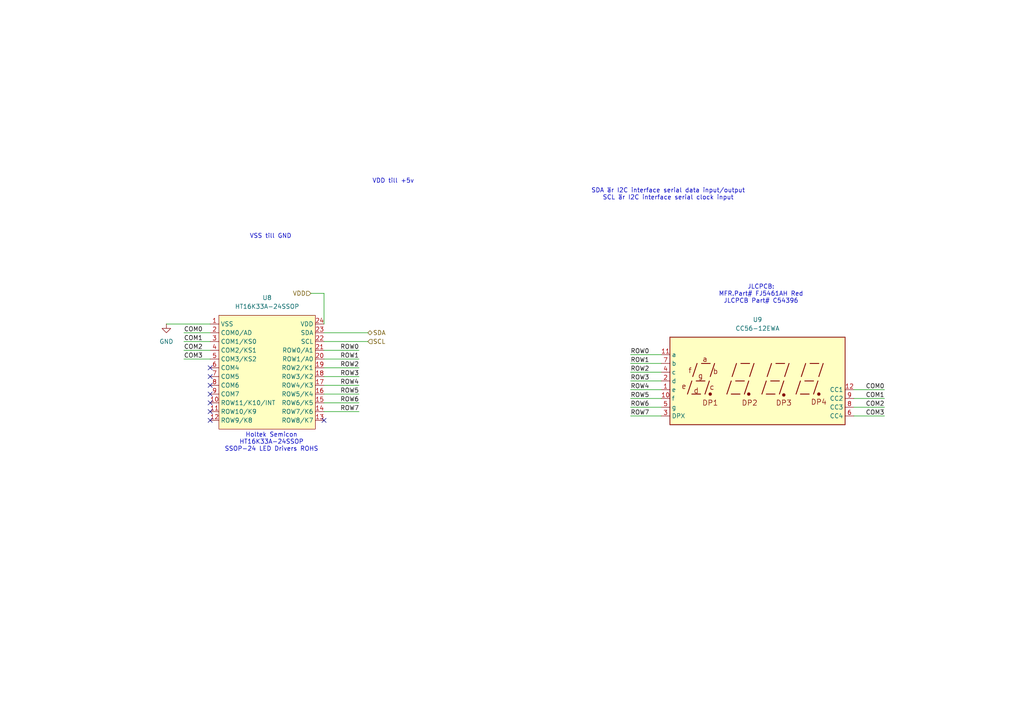
<source format=kicad_sch>
(kicad_sch (version 20250114) (generator "eeschema") (generator_version "9.0")
  (paper "A4")
  (lib_symbols
    (symbol "Display_Character:CC56-12EWA"
      (property "Reference" "U" (at -24.13 13.97 0))
      (property "Value" "CC56-12EWA" (at 19.05 13.97 0))
      (symbol "CC56-12EWA_0_0"
        (rectangle (start -25.4 12.7) (end 25.4 -12.7) (stroke (width 0.254)) (fill (type background)))
        (polyline (pts (xy -20.32 -3.81) (xy -19.05 0)) (stroke (width 0.254)))
        (polyline (pts (xy -19.05 -3.81) (xy -16.51 -3.81)) (stroke (width 0.254)))
        (polyline (pts (xy -18.796 1.27) (xy -17.526 5.08)) (stroke (width 0.254)))
        (polyline (pts (xy -17.78 0) (xy -15.24 0)) (stroke (width 0.254)))
        (polyline (pts (xy -16.256 5.08) (xy -13.716 5.08)) (stroke (width 0.254)))
        (polyline (pts (xy -15.24 -3.81) (xy -13.97 0)) (stroke (width 0.254)))
        (polyline (pts (xy -13.716 1.27) (xy -12.446 5.08)) (stroke (width 0.254)))
        (polyline (pts (xy -8.89 -3.81) (xy -7.62 0)) (stroke (width 0.254)))
        (polyline (pts (xy -7.62 -3.81) (xy -5.08 -3.81)) (stroke (width 0.254)))
        (polyline (pts (xy -7.366 1.27) (xy -6.096 5.08)) (stroke (width 0.254)))
        (polyline (pts (xy -6.35 0) (xy -3.81 0)) (stroke (width 0.254)))
        (polyline (pts (xy -4.826 5.08) (xy -2.286 5.08)) (stroke (width 0.254)))
        (polyline (pts (xy -3.81 -3.81) (xy -2.54 0)) (stroke (width 0.254)))
        (polyline (pts (xy -2.286 1.27) (xy -1.016 5.08)) (stroke (width 0.254)))
        (polyline (pts (xy 1.27 -3.81) (xy 2.54 0)) (stroke (width 0.254)))
        (polyline (pts (xy 2.54 -3.81) (xy 5.08 -3.81)) (stroke (width 0.254)))
        (polyline (pts (xy 2.794 1.27) (xy 4.064 5.08)) (stroke (width 0.254)))
        (polyline (pts (xy 3.81 0) (xy 6.35 0)) (stroke (width 0.254)))
        (polyline (pts (xy 5.334 5.08) (xy 7.874 5.08)) (stroke (width 0.254)))
        (polyline (pts (xy 6.35 -3.81) (xy 7.62 0)) (stroke (width 0.254)))
        (polyline (pts (xy 7.874 1.27) (xy 9.144 5.08)) (stroke (width 0.254)))
        (polyline (pts (xy 11.176 -3.81) (xy 12.446 0)) (stroke (width 0.254)))
        (polyline (pts (xy 12.446 -3.81) (xy 14.986 -3.81)) (stroke (width 0.254)))
        (polyline (pts (xy 12.7 1.27) (xy 13.97 5.08)) (stroke (width 0.254)))
        (polyline (pts (xy 13.716 0) (xy 16.256 0)) (stroke (width 0.254)))
        (polyline (pts (xy 15.24 5.08) (xy 17.78 5.08)) (stroke (width 0.254)))
        (polyline (pts (xy 16.256 -3.81) (xy 17.526 0)) (stroke (width 0.254)))
        (polyline (pts (xy 17.78 1.27) (xy 19.05 5.08)) (stroke (width 0.254)))
        (text "e" (at -21.336 -1.524 0) (effects (font (size 1.524 1.524))))
        (text "f" (at -19.558 3.048 0) (effects (font (size 1.524 1.524))))
        (text "d" (at -17.78 -2.794 0) (effects (font (size 1.524 1.524))))
        (text "g" (at -16.51 1.524 0) (effects (font (size 1.524 1.524))))
        (text "a" (at -15.24 6.35 0) (effects (font (size 1.524 1.524))))
        (text "DP1" (at -13.716 -6.35 0) (effects (font (size 1.524 1.524))))
        (text "c" (at -13.208 -1.778 0) (effects (font (size 1.524 1.524))))
        (text "b" (at -12.192 2.794 0) (effects (font (size 1.524 1.524))))
        (text "DP2" (at -2.286 -6.35 0) (effects (font (size 1.524 1.524))))
        (text "DP3" (at 7.62 -6.35 0) (effects (font (size 1.524 1.524))))
        (text "DP4" (at 17.78 -6.096 0) (effects (font (size 1.524 1.524))))
      )
      (symbol "CC56-12EWA_0_1"
        (circle (center -13.716 -3.81) (radius 0.3556) (stroke (width 0.254)) (fill (type outline)))
        (circle (center -2.54 -3.81) (radius 0.3556) (stroke (width 0.254)) (fill (type outline)))
      )
      (symbol "CC56-12EWA_1_0"
        (circle (center 7.62 -4.064) (radius 0.3556) (stroke (width 0.254)) (fill (type outline)))
        (circle (center 17.78 -3.81) (radius 0.3556) (stroke (width 0.254)) (fill (type outline)))
      )
      (symbol "CC56-12EWA_1_1"
        (pin input line (at -27.94 7.62 0) (length 2.54) (name "a") (number "11"))
        (pin input line (at -27.94 5.08 0) (length 2.54) (name "b") (number "7"))
        (pin input line (at -27.94 2.54 0) (length 2.54) (name "c") (number "4"))
        (pin input line (at -27.94 0 0) (length 2.54) (name "d") (number "2"))
        (pin input line (at -27.94 -2.54 0) (length 2.54) (name "e") (number "1"))
        (pin input line (at -27.94 -5.08 0) (length 2.54) (name "f") (number "10"))
        (pin input line (at -27.94 -7.62 0) (length 2.54) (name "g") (number "5"))
        (pin input line (at -27.94 -10.16 0) (length 2.54) (name "DPX") (number "3"))
        (pin input line (at 27.94 -2.54 180) (length 2.54) (name "CC1") (number "12"))
        (pin input line (at 27.94 -5.08 180) (length 2.54) (name "CC2") (number "9"))
        (pin input line (at 27.94 -7.62 180) (length 2.54) (name "CC3") (number "8"))
        (pin input line (at 27.94 -10.16 180) (length 2.54) (name "CC4") (number "6"))
      )
    )
    (symbol "Driver_LED:HT16K33A-24SSOP"
      (property "Reference" "U" (at 14.732 2.286 0))
      (property "Value" "HT16K33A-24SSOP" (at 13.462 1.016 0))
      (symbol "HT16K33A-24SSOP_1_1"
        (rectangle (start 0 0) (end 27.94 -33.02) (fill (type background)))
        (pin power_in line (at -2.54 -2.54 0) (length 2.54) (name "VSS") (number "1"))
        (pin output line (at -2.54 -5.08 0) (length 2.54) (name "COM0/AD") (number "2"))
        (pin output line (at -2.54 -7.62 0) (length 2.54) (name "COM1/KS0") (number "3"))
        (pin output line (at -2.54 -10.16 0) (length 2.54) (name "COM2/KS1") (number "4"))
        (pin output line (at -2.54 -12.7 0) (length 2.54) (name "COM3/KS2") (number "5"))
        (pin output line (at -2.54 -15.24 0) (length 2.54) (name "COM4") (number "6"))
        (pin output line (at -2.54 -17.78 0) (length 2.54) (name "COM5") (number "7"))
        (pin output line (at -2.54 -20.32 0) (length 2.54) (name "COM6") (number "8"))
        (pin output line (at -2.54 -22.86 0) (length 2.54) (name "COM7") (number "9"))
        (pin bidirectional line (at -2.54 -25.4 0) (length 2.54) (name "ROW11/K10/INT") (number "10"))
        (pin bidirectional line (at -2.54 -27.94 0) (length 2.54) (name "ROW10/K9") (number "11"))
        (pin bidirectional line (at -2.54 -30.48 0) (length 2.54) (name "ROW9/K8") (number "12"))
        (pin power_in line (at 30.48 -2.54 180) (length 2.54) (name "VDD") (number "24"))
        (pin bidirectional line (at 30.48 -5.08 180) (length 2.54) (name "SDA") (number "23"))
        (pin input line (at 30.48 -7.62 180) (length 2.54) (name "SCL") (number "22"))
        (pin bidirectional line (at 30.48 -10.16 180) (length 2.54) (name "ROW0/A1") (number "21"))
        (pin bidirectional line (at 30.48 -12.7 180) (length 2.54) (name "ROW1/A0") (number "20"))
        (pin bidirectional line (at 30.48 -15.24 180) (length 2.54) (name "ROW2/K1") (number "19"))
        (pin bidirectional line (at 30.48 -17.78 180) (length 2.54) (name "ROW3/K2") (number "18"))
        (pin bidirectional line (at 30.48 -20.32 180) (length 2.54) (name "ROW4/K3") (number "17"))
        (pin bidirectional line (at 30.48 -22.86 180) (length 2.54) (name "ROW5/K4") (number "16"))
        (pin bidirectional line (at 30.48 -25.4 180) (length 2.54) (name "ROW6/K5") (number "15"))
        (pin bidirectional line (at 30.48 -27.94 180) (length 2.54) (name "ROW7/K6") (number "14"))
        (pin bidirectional line (at 30.48 -30.48 180) (length 2.54) (name "ROW8/K7") (number "13"))
      )
    )
    (symbol "power:GND" (power) (pin_numbers (hide yes)) (pin_names (offset 0) (hide yes))
      (property "Value" "GND" (at 0 -3.81 0))
      (symbol "GND_0_1"
        (polyline (pts (xy 0 0) (xy 0 -1.27) (xy 1.27 -1.27) (xy 0 -2.54) (xy -1.27 -1.27) (xy 0 -1.27)))
      )
      (symbol "GND_1_1"
        (pin power_in line (at 0 0 270) (length 0) (name "~") (number "1"))
      )
    )
  )
  (text "JLCPCB:\nMFR.Part# FJ5461AH Red\nJLCPCB Part# C54396" (at 220.726 85.344 0) (effects (font (size 1.27 1.27))))
  (text "SDA är I2C interface serial data input/output\nSCL är I2C interface serial clock input" (at 193.802 56.388 0) (effects (font (size 1.27 1.27))))
  (text "VSS till GND" (at 78.486 68.58 0) (effects (font (size 1.27 1.27))))
  (text "VDD till +5v" (at 114.046 52.578 0) (effects (font (size 1.27 1.27))))
  (text "Holtek Semicon\nHT16K33A-24SSOP\nSSOP-24 LED Drivers ROHS" (at 78.74 128.27 0) (effects (font (size 1.27 1.27))))
  (no_connect (at 60.96 121.92))
  (no_connect (at 60.96 119.38))
  (no_connect (at 93.98 121.92))
  (no_connect (at 60.96 109.22))
  (no_connect (at 60.96 114.3))
  (no_connect (at 60.96 106.68))
  (no_connect (at 60.96 111.76))
  (no_connect (at 60.96 116.84))
  (wire (pts (xy 93.98 106.68) (xy 104.14 106.68)))
  (wire (pts (xy 53.34 101.6) (xy 60.96 101.6)))
  (wire (pts (xy 182.88 113.03) (xy 191.77 113.03)))
  (wire (pts (xy 93.98 104.14) (xy 104.14 104.14)))
  (wire (pts (xy 93.98 85.09) (xy 93.98 93.98)))
  (wire (pts (xy 93.98 96.52) (xy 106.68 96.52)))
  (wire (pts (xy 53.34 96.52) (xy 60.96 96.52)))
  (wire (pts (xy 93.98 99.06) (xy 106.68 99.06)))
  (wire (pts (xy 182.88 107.95) (xy 191.77 107.95)))
  (wire (pts (xy 182.88 118.11) (xy 191.77 118.11)))
  (wire (pts (xy 53.34 99.06) (xy 60.96 99.06)))
  (wire (pts (xy 182.88 120.65) (xy 191.77 120.65)))
  (wire (pts (xy 182.88 110.49) (xy 191.77 110.49)))
  (wire (pts (xy 93.98 114.3) (xy 104.14 114.3)))
  (wire (pts (xy 93.98 109.22) (xy 104.14 109.22)))
  (wire (pts (xy 90.17 85.09) (xy 93.98 85.09)))
  (wire (pts (xy 48.26 93.98) (xy 60.96 93.98)))
  (wire (pts (xy 247.65 113.03) (xy 256.54 113.03)))
  (wire (pts (xy 93.98 116.84) (xy 104.14 116.84)))
  (wire (pts (xy 256.54 120.65) (xy 247.65 120.65)))
  (wire (pts (xy 93.98 111.76) (xy 104.14 111.76)))
  (wire (pts (xy 182.88 115.57) (xy 191.77 115.57)))
  (wire (pts (xy 182.88 105.41) (xy 191.77 105.41)))
  (wire (pts (xy 256.54 115.57) (xy 247.65 115.57)))
  (wire (pts (xy 256.54 118.11) (xy 247.65 118.11)))
  (wire (pts (xy 182.88 102.87) (xy 191.77 102.87)))
  (wire (pts (xy 53.34 104.14) (xy 60.96 104.14)))
  (wire (pts (xy 93.98 101.6) (xy 104.14 101.6)))
  (wire (pts (xy 93.98 119.38) (xy 104.14 119.38)))
  (label "ROW6" (at 104.14 116.84 180))
  (label "ROW2" (at 182.88 107.95 0))
  (label "COM0" (at 256.54 113.03 180))
  (label "ROW0" (at 104.14 101.6 180))
  (label "ROW1" (at 104.14 104.14 180))
  (label "ROW1" (at 182.88 105.41 0))
  (label "ROW6" (at 182.88 118.11 0))
  (label "COM2" (at 256.54 118.11 180))
  (label "COM0" (at 53.34 96.52 0))
  (label "COM1" (at 256.54 115.57 180))
  (label "ROW0" (at 182.88 102.87 0))
  (label "ROW4" (at 182.88 113.03 0))
  (label "COM2" (at 53.34 101.6 0))
  (label "ROW3" (at 104.14 109.22 180))
  (label "ROW7" (at 182.88 120.65 0))
  (label "ROW3" (at 182.88 110.49 0))
  (label "ROW5" (at 182.88 115.57 0))
  (label "COM1" (at 53.34 99.06 0))
  (label "ROW7" (at 104.14 119.38 180))
  (label "ROW2" (at 104.14 106.68 180))
  (label "COM3" (at 53.34 104.14 0))
  (label "ROW5" (at 104.14 114.3 180))
  (label "ROW4" (at 104.14 111.76 180))
  (label "COM3" (at 256.54 120.65 180))
  (hierarchical_label "SDA" (shape bidirectional) (at 106.68 96.52 0))
  (hierarchical_label "SCL" (shape input) (at 106.68 99.06 0))
  (hierarchical_label "VDD" (shape input) (at 90.17 85.09 180))
  (symbol (lib_id "Display_Character:CC56-12EWA") (at 219.71 110.49 0) (unit 1)
    (property "Reference" "U9" (at 219.71 92.71 0))
    (property "Value" "CC56-12EWA" (at 219.71 95.25 0))
    (property "Footprint" "Display_7Segment:CA56-12EWA" (effects (hide yes)))
    (property "Datasheet" "http://www.kingbrightusa.com/images/catalog/SPEC/CA56-12EWA.pdf" (effects (hide yes)))
    (property "Description" "4 digit 7 segment high efficiency red LED, common cathode" (effects (hide yes)))
  )
  (symbol (lib_id "Driver_LED:HT16K33A-24SSOP") (at 63.5 91.44 0) (unit 1)
    (property "Reference" "U8" (at 77.47 86.36 0))
    (property "Value" "HT16K33A-24SSOP" (at 77.47 88.9 0))
    (property "Footprint" "Package_SO:SSOP-24_3.9x8.7mm_P0.635mm" (effects (hide yes)))
    (property "Datasheet" "https://www.holtek.com/webapi/116711/HT16K33Av102.pdf" (effects (hide yes)))
  )
  (symbol (lib_id "power:GND") (at 48.26 93.98 0) (unit 1)
    (property "Reference" "#PWR069" (effects (hide yes)))
    (property "Value" "GND" (at 48.26 99.06 0))
    (property "Description" "Power symbol creates a global label with name \"GND\" , ground" (effects (hide yes)))
  )
)
</source>
